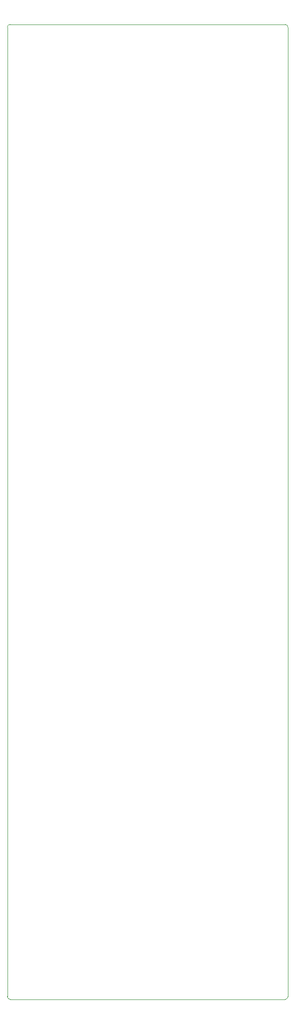
<source format=gm1>
%TF.GenerationSoftware,KiCad,Pcbnew,(6.0.0-0)*%
%TF.CreationDate,2022-03-07T15:07:37+00:00*%
%TF.ProjectId,dual-digi-delay-frontpanel,6475616c-2d64-4696-9769-2d64656c6179,rev?*%
%TF.SameCoordinates,Original*%
%TF.FileFunction,Profile,NP*%
%FSLAX46Y46*%
G04 Gerber Fmt 4.6, Leading zero omitted, Abs format (unit mm)*
G04 Created by KiCad (PCBNEW (6.0.0-0)) date 2022-03-07 15:07:37*
%MOMM*%
%LPD*%
G01*
G04 APERTURE LIST*
%TA.AperFunction,Profile*%
%ADD10C,0.100000*%
%TD*%
G04 APERTURE END LIST*
D10*
%TO.C,Ref\u002A\u002A*%
X77739162Y-15624000D02*
X127239000Y-15624000D01*
X127239000Y-190624000D02*
X77739162Y-190624000D01*
X127739100Y-16124062D02*
X127739100Y-190124000D01*
X77239100Y-190124000D02*
X77239100Y-16124062D01*
X127239000Y-190624100D02*
G75*
G03*
X127739100Y-190124000I0J500100D01*
G01*
X77239000Y-190124000D02*
G75*
G03*
X77739000Y-190624000I500001J1D01*
G01*
X77739162Y-15624100D02*
G75*
G03*
X77239100Y-16124062I-49J-500013D01*
G01*
X127739000Y-16124062D02*
G75*
G03*
X127239000Y-15624000I-500032J30D01*
G01*
%TD*%
M02*

</source>
